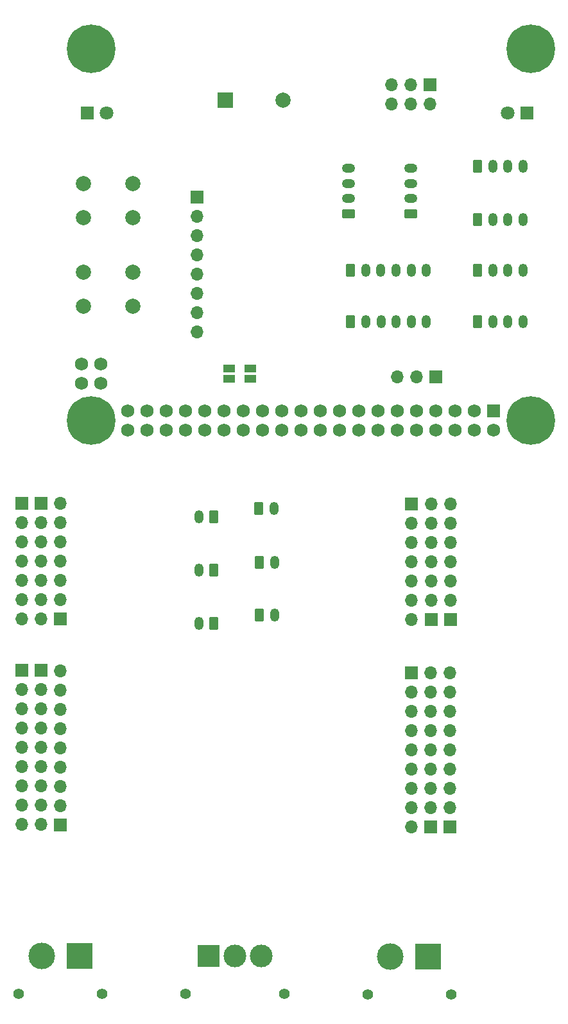
<source format=gbr>
%TF.GenerationSoftware,KiCad,Pcbnew,8.0.1*%
%TF.CreationDate,2024-08-18T09:48:25+02:00*%
%TF.ProjectId,robal_rpi_ioBoard,726f6261-6c5f-4727-9069-5f696f426f61,rev?*%
%TF.SameCoordinates,Original*%
%TF.FileFunction,Soldermask,Bot*%
%TF.FilePolarity,Negative*%
%FSLAX46Y46*%
G04 Gerber Fmt 4.6, Leading zero omitted, Abs format (unit mm)*
G04 Created by KiCad (PCBNEW 8.0.1) date 2024-08-18 09:48:25*
%MOMM*%
%LPD*%
G01*
G04 APERTURE LIST*
G04 Aperture macros list*
%AMRoundRect*
0 Rectangle with rounded corners*
0 $1 Rounding radius*
0 $2 $3 $4 $5 $6 $7 $8 $9 X,Y pos of 4 corners*
0 Add a 4 corners polygon primitive as box body*
4,1,4,$2,$3,$4,$5,$6,$7,$8,$9,$2,$3,0*
0 Add four circle primitives for the rounded corners*
1,1,$1+$1,$2,$3*
1,1,$1+$1,$4,$5*
1,1,$1+$1,$6,$7*
1,1,$1+$1,$8,$9*
0 Add four rect primitives between the rounded corners*
20,1,$1+$1,$2,$3,$4,$5,0*
20,1,$1+$1,$4,$5,$6,$7,0*
20,1,$1+$1,$6,$7,$8,$9,0*
20,1,$1+$1,$8,$9,$2,$3,0*%
G04 Aperture macros list end*
%ADD10R,1.700000X1.700000*%
%ADD11O,1.700000X1.700000*%
%ADD12C,1.400000*%
%ADD13R,3.500000X3.500000*%
%ADD14C,3.500000*%
%ADD15RoundRect,0.250000X-0.350000X-0.625000X0.350000X-0.625000X0.350000X0.625000X-0.350000X0.625000X0*%
%ADD16O,1.200000X1.750000*%
%ADD17R,3.000000X3.000000*%
%ADD18C,3.000000*%
%ADD19R,1.800000X1.800000*%
%ADD20C,1.800000*%
%ADD21RoundRect,0.250000X0.625000X-0.350000X0.625000X0.350000X-0.625000X0.350000X-0.625000X-0.350000X0*%
%ADD22O,1.750000X1.200000*%
%ADD23RoundRect,0.102000X0.762000X0.762000X-0.762000X0.762000X-0.762000X-0.762000X0.762000X-0.762000X0*%
%ADD24C,1.728000*%
%ADD25C,6.404000*%
%ADD26RoundRect,0.250000X0.350000X0.625000X-0.350000X0.625000X-0.350000X-0.625000X0.350000X-0.625000X0*%
%ADD27R,2.000000X2.000000*%
%ADD28C,2.000000*%
%ADD29R,1.500000X1.000000*%
G04 APERTURE END LIST*
D10*
%TO.C,GY-87*%
X61750000Y-67590000D03*
D11*
X61750000Y-70130000D03*
X61750000Y-72670000D03*
X61750000Y-75210000D03*
X61750000Y-77750000D03*
X61750000Y-80290000D03*
X61750000Y-82830000D03*
X61750000Y-85370000D03*
%TD*%
D10*
%TO.C,J1*%
X93275000Y-91250000D03*
D11*
X90735000Y-91250000D03*
X88195000Y-91250000D03*
%TD*%
D12*
%TO.C,J2*%
X49250000Y-172600000D03*
X38250000Y-172600000D03*
D13*
X46250000Y-167600000D03*
D14*
X41250000Y-167600000D03*
%TD*%
D10*
%TO.C,PCA_2_G_CONN1*%
X95089924Y-150627528D03*
D11*
X95089924Y-148087528D03*
X95089924Y-145547528D03*
X95089924Y-143007528D03*
X95089924Y-140467528D03*
X95089924Y-137927528D03*
X95089924Y-135387528D03*
X95089924Y-132847528D03*
X95089924Y-130307528D03*
%TD*%
D10*
%TO.C,PCA_1_V_CONN2*%
X41190000Y-107913250D03*
D11*
X41190000Y-110453250D03*
X41190000Y-112993250D03*
X41190000Y-115533250D03*
X41190000Y-118073250D03*
X41190000Y-120613250D03*
X41190000Y-123153250D03*
%TD*%
D15*
%TO.C,J8*%
X98750000Y-77250000D03*
D16*
X100750000Y-77250000D03*
X102750000Y-77250000D03*
X104750000Y-77250000D03*
%TD*%
D12*
%TO.C,J4*%
X73250000Y-172625000D03*
X60250000Y-172625000D03*
D17*
X63250000Y-167625000D03*
D18*
X66750000Y-167625000D03*
X70250000Y-167625000D03*
%TD*%
D19*
%TO.C,D7*%
X47250000Y-56500000D03*
D20*
X49790000Y-56500000D03*
%TD*%
D10*
%TO.C,PCA_1_G_CONN1*%
X38650000Y-130000000D03*
D11*
X38650000Y-132540000D03*
X38650000Y-135080000D03*
X38650000Y-137620000D03*
X38650000Y-140160000D03*
X38650000Y-142700000D03*
X38650000Y-145240000D03*
X38650000Y-147780000D03*
X38650000Y-150320000D03*
%TD*%
D15*
%TO.C,J7*%
X98750000Y-84000000D03*
D16*
X100750000Y-84000000D03*
X102750000Y-84000000D03*
X104750000Y-84000000D03*
%TD*%
D10*
%TO.C,PCA_2_V_CONN2*%
X92623592Y-123240000D03*
D11*
X92623592Y-120700000D03*
X92623592Y-118160000D03*
X92623592Y-115620000D03*
X92623592Y-113080000D03*
X92623592Y-110540000D03*
X92623592Y-108000000D03*
%TD*%
D21*
%TO.C,J11*%
X89950000Y-69750000D03*
D22*
X89950000Y-67750000D03*
X89950000Y-65750000D03*
X89950000Y-63750000D03*
%TD*%
D23*
%TO.C,U1*%
X100892500Y-95732500D03*
D24*
X100892500Y-98272500D03*
X98352500Y-95732500D03*
X98352500Y-98272500D03*
X95812500Y-95732500D03*
X95812500Y-98272500D03*
X93272500Y-95732500D03*
X93272500Y-98272500D03*
X90732500Y-95732500D03*
X90732500Y-98272500D03*
X88192500Y-95732500D03*
X88192500Y-98272500D03*
X85652500Y-95732500D03*
X85652500Y-98272500D03*
X83112500Y-95732500D03*
X83112500Y-98272500D03*
X80572500Y-95732500D03*
X80572500Y-98272500D03*
X78032500Y-95732500D03*
X78032500Y-98272500D03*
X75492500Y-95732500D03*
X75492500Y-98272500D03*
X72952500Y-95732500D03*
X72952500Y-98272500D03*
X70412500Y-95732500D03*
X70412500Y-98272500D03*
X67872500Y-95732500D03*
X67872500Y-98272500D03*
X65332500Y-95732500D03*
X65332500Y-98272500D03*
X62792500Y-95732500D03*
X62792500Y-98272500D03*
X60252500Y-95732500D03*
X60252500Y-98272500D03*
X57712500Y-95732500D03*
X57712500Y-98272500D03*
X55172500Y-95732500D03*
X55172500Y-98272500D03*
X52632500Y-95732500D03*
X52632500Y-98272500D03*
X46532500Y-89609500D03*
X46532500Y-92149500D03*
X49072500Y-89609500D03*
X49072500Y-92149500D03*
D25*
X105762500Y-97002500D03*
X47762500Y-97002500D03*
X47762500Y-48002500D03*
X105762500Y-48002500D03*
%TD*%
D26*
%TO.C,TS_1*%
X63973244Y-109750787D03*
D16*
X61973244Y-109750787D03*
%TD*%
D15*
%TO.C,SPI_CONN1*%
X82003646Y-77253445D03*
D16*
X84003646Y-77253445D03*
X86003646Y-77253445D03*
X88003646Y-77253445D03*
X90003646Y-77253445D03*
X92003646Y-77253445D03*
%TD*%
D26*
%TO.C,TS_3*%
X63973244Y-123750787D03*
D16*
X61973244Y-123750787D03*
%TD*%
D15*
%TO.C,J5*%
X98750000Y-70500000D03*
D16*
X100750000Y-70500000D03*
X102750000Y-70500000D03*
X104750000Y-70500000D03*
%TD*%
D10*
%TO.C,J9*%
X92500000Y-52750000D03*
D11*
X92500000Y-55290000D03*
X89960000Y-52750000D03*
X89960000Y-55290000D03*
X87420000Y-52750000D03*
X87420000Y-55290000D03*
%TD*%
D19*
%TO.C,D2*%
X105275000Y-56500000D03*
D20*
X102735000Y-56500000D03*
%TD*%
D15*
%TO.C,TS_5*%
X69973244Y-115750787D03*
D16*
X71973244Y-115750787D03*
%TD*%
D27*
%TO.C,BZ1*%
X65500000Y-54750000D03*
D28*
X73100000Y-54750000D03*
%TD*%
%TO.C,SW1*%
X46750000Y-77500000D03*
X53250000Y-77500000D03*
X46750000Y-82000000D03*
X53250000Y-82000000D03*
%TD*%
D10*
%TO.C,PCA_1_S_CONN2*%
X43734434Y-123160863D03*
D11*
X43734434Y-120620863D03*
X43734434Y-118080863D03*
X43734434Y-115540863D03*
X43734434Y-113000863D03*
X43734434Y-110460863D03*
X43734434Y-107920863D03*
%TD*%
D10*
%TO.C,PCA_1_S_CONN1*%
X43734434Y-150332667D03*
D11*
X43734434Y-147792667D03*
X43734434Y-145252667D03*
X43734434Y-142712667D03*
X43734434Y-140172667D03*
X43734434Y-137632667D03*
X43734434Y-135092667D03*
X43734434Y-132552667D03*
X43734434Y-130012667D03*
%TD*%
D10*
%TO.C,PCA_2_G_CONN2*%
X95163592Y-123240000D03*
D11*
X95163592Y-120700000D03*
X95163592Y-118160000D03*
X95163592Y-115620000D03*
X95163592Y-113080000D03*
X95163592Y-110540000D03*
X95163592Y-108000000D03*
%TD*%
D10*
%TO.C,PCA_2_S_CONN1*%
X90000000Y-130310867D03*
D11*
X90000000Y-132850867D03*
X90000000Y-135390867D03*
X90000000Y-137930867D03*
X90000000Y-140470867D03*
X90000000Y-143010867D03*
X90000000Y-145550867D03*
X90000000Y-148090867D03*
X90000000Y-150630867D03*
%TD*%
D21*
%TO.C,J10*%
X81700000Y-69750000D03*
D22*
X81700000Y-67750000D03*
X81700000Y-65750000D03*
X81700000Y-63750000D03*
%TD*%
D10*
%TO.C,PCA_1_G_CONN2*%
X38650000Y-107913250D03*
D11*
X38650000Y-110453250D03*
X38650000Y-112993250D03*
X38650000Y-115533250D03*
X38650000Y-118073250D03*
X38650000Y-120613250D03*
X38650000Y-123153250D03*
%TD*%
D15*
%TO.C,J6*%
X98750000Y-63500000D03*
D16*
X100750000Y-63500000D03*
X102750000Y-63500000D03*
X104750000Y-63500000D03*
%TD*%
D28*
%TO.C,SW2*%
X53250000Y-70250000D03*
X46750000Y-70250000D03*
X53250000Y-65750000D03*
X46750000Y-65750000D03*
%TD*%
D15*
%TO.C,SPI_CONN0*%
X82016221Y-83991405D03*
D16*
X84016221Y-83991405D03*
X86016221Y-83991405D03*
X88016221Y-83991405D03*
X90016221Y-83991405D03*
X92016221Y-83991405D03*
%TD*%
D10*
%TO.C,PCA_2_V_CONN1*%
X92549924Y-150627528D03*
D11*
X92549924Y-148087528D03*
X92549924Y-145547528D03*
X92549924Y-143007528D03*
X92549924Y-140467528D03*
X92549924Y-137927528D03*
X92549924Y-135387528D03*
X92549924Y-132847528D03*
X92549924Y-130307528D03*
%TD*%
D26*
%TO.C,TS_2*%
X63973244Y-116750787D03*
D16*
X61973244Y-116750787D03*
%TD*%
D10*
%TO.C,PCA_1_V_CONN1*%
X41190000Y-130000000D03*
D11*
X41190000Y-132540000D03*
X41190000Y-135080000D03*
X41190000Y-137620000D03*
X41190000Y-140160000D03*
X41190000Y-142700000D03*
X41190000Y-145240000D03*
X41190000Y-147780000D03*
X41190000Y-150320000D03*
%TD*%
D15*
%TO.C,TS_4*%
X69920192Y-108616430D03*
D16*
X71920192Y-108616430D03*
%TD*%
D15*
%TO.C,TS_6*%
X69973244Y-122700787D03*
D16*
X71973244Y-122700787D03*
%TD*%
D10*
%TO.C,PCA_2_S_CONN2*%
X90074090Y-107995815D03*
D11*
X90074090Y-110535815D03*
X90074090Y-113075815D03*
X90074090Y-115615815D03*
X90074090Y-118155815D03*
X90074090Y-120695815D03*
X90074090Y-123235815D03*
%TD*%
D12*
%TO.C,J3*%
X95250000Y-172700000D03*
X84250000Y-172700000D03*
D13*
X92250000Y-167700000D03*
D14*
X87250000Y-167700000D03*
%TD*%
D29*
%TO.C,JP1*%
X66000000Y-90200000D03*
X66000000Y-91500000D03*
%TD*%
%TO.C,JP2*%
X68750000Y-90200000D03*
X68750000Y-91500000D03*
%TD*%
M02*

</source>
